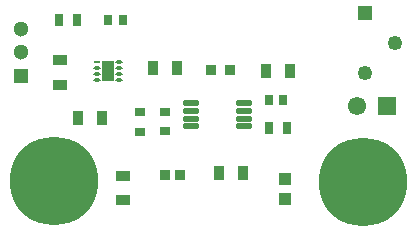
<source format=gbr>
G04*
G04 #@! TF.GenerationSoftware,Altium Limited,Altium Designer,25.3.3 (18)*
G04*
G04 Layer_Color=255*
%FSLAX44Y44*%
%MOMM*%
G71*
G04*
G04 #@! TF.SameCoordinates,BFC568DA-C1B5-42DE-8167-96A376B3F609*
G04*
G04*
G04 #@! TF.FilePolarity,Positive*
G04*
G01*
G75*
%ADD15R,0.8549X0.9062*%
%ADD16R,0.9562X1.2062*%
%ADD17R,1.2062X0.9562*%
%ADD18R,0.9300X0.7900*%
%ADD19R,0.7500X1.0000*%
G04:AMPARAMS|DCode=20|XSize=0.45mm|YSize=1.35mm|CornerRadius=0.0495mm|HoleSize=0mm|Usage=FLASHONLY|Rotation=90.000|XOffset=0mm|YOffset=0mm|HoleType=Round|Shape=RoundedRectangle|*
%AMROUNDEDRECTD20*
21,1,0.4500,1.2510,0,0,90.0*
21,1,0.3510,1.3500,0,0,90.0*
1,1,0.0990,0.6255,0.1755*
1,1,0.0990,0.6255,-0.1755*
1,1,0.0990,-0.6255,-0.1755*
1,1,0.0990,-0.6255,0.1755*
%
%ADD20ROUNDEDRECTD20*%
%ADD21R,0.8587X0.9121*%
%ADD22R,0.6061X0.2568*%
G04:AMPARAMS|DCode=23|XSize=0.6061mm|YSize=0.2568mm|CornerRadius=0.1284mm|HoleSize=0mm|Usage=FLASHONLY|Rotation=0.000|XOffset=0mm|YOffset=0mm|HoleType=Round|Shape=RoundedRectangle|*
%AMROUNDEDRECTD23*
21,1,0.6061,0.0000,0,0,0.0*
21,1,0.3492,0.2568,0,0,0.0*
1,1,0.2568,0.1746,0.0000*
1,1,0.2568,-0.1746,0.0000*
1,1,0.2568,-0.1746,0.0000*
1,1,0.2568,0.1746,0.0000*
%
%ADD23ROUNDEDRECTD23*%
%ADD24R,0.7000X0.8500*%
%ADD25R,1.0621X1.1350*%
%ADD26R,0.7587X0.8121*%
%ADD29R,1.0000X1.7000*%
%ADD31C,7.5000*%
%ADD32R,1.3000X1.3000*%
%ADD33C,1.3000*%
%ADD39R,1.5500X1.5500*%
%ADD40C,1.5500*%
%ADD41C,1.2500*%
%ADD42R,1.2500X1.2500*%
D15*
X546100Y1065530D02*
D03*
X533587D02*
D03*
D16*
X579030Y1066800D02*
D03*
X599530D02*
D03*
X523060Y1155700D02*
D03*
X543560D02*
D03*
X459740Y1113790D02*
D03*
X480240D02*
D03*
X638900Y1153160D02*
D03*
X618400D02*
D03*
D17*
X444500Y1141730D02*
D03*
Y1162230D02*
D03*
X497840Y1043940D02*
D03*
Y1064440D02*
D03*
D18*
X533400Y1118870D02*
D03*
Y1102470D02*
D03*
X511810Y1118180D02*
D03*
Y1101780D02*
D03*
D19*
X621150Y1104899D02*
D03*
X636151D02*
D03*
X458349Y1196340D02*
D03*
X443349D02*
D03*
D20*
X600100Y1106581D02*
D03*
Y1113081D02*
D03*
Y1119581D02*
D03*
X555600Y1106581D02*
D03*
Y1113081D02*
D03*
Y1119581D02*
D03*
Y1126081D02*
D03*
X600100D02*
D03*
D21*
X588010Y1154430D02*
D03*
X572476D02*
D03*
D22*
X475611Y1160660D02*
D03*
D23*
Y1155660D02*
D03*
Y1150660D02*
D03*
Y1145660D02*
D03*
X494672D02*
D03*
Y1150660D02*
D03*
Y1155660D02*
D03*
Y1160660D02*
D03*
D24*
X621631Y1129030D02*
D03*
X633131D02*
D03*
D25*
X635000Y1045210D02*
D03*
Y1061518D02*
D03*
D26*
X485306Y1196340D02*
D03*
X497840D02*
D03*
D29*
X485141Y1153160D02*
D03*
D31*
X701040Y1059180D02*
D03*
X439420Y1060450D02*
D03*
D32*
X411480Y1149173D02*
D03*
D33*
Y1169173D02*
D03*
Y1189173D02*
D03*
D39*
X721360Y1123950D02*
D03*
D40*
X695960D02*
D03*
D41*
X702310Y1151890D02*
D03*
X727710Y1177290D02*
D03*
D42*
X702310Y1202690D02*
D03*
M02*

</source>
